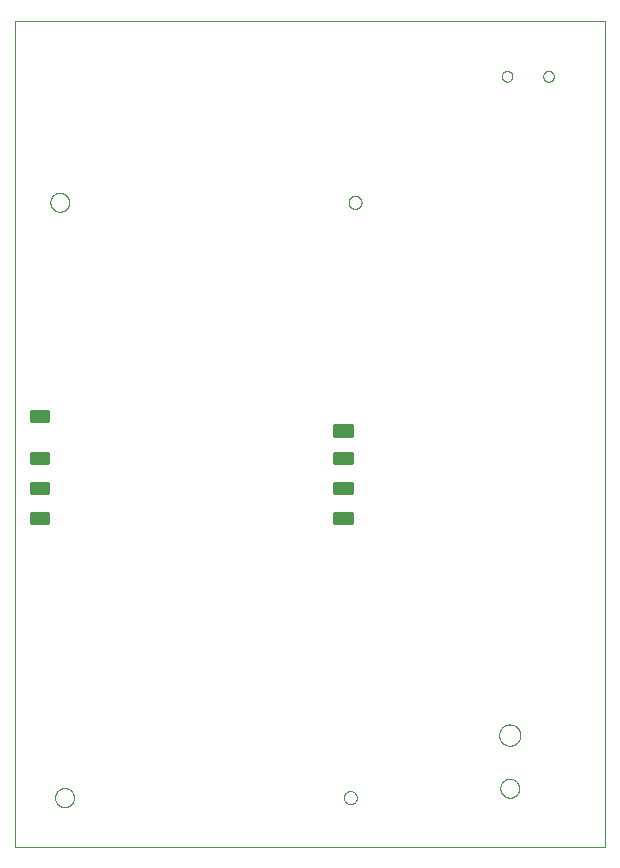
<source format=gtp>
G75*
%MOIN*%
%OFA0B0*%
%FSLAX25Y25*%
%IPPOS*%
%LPD*%
%AMOC8*
5,1,8,0,0,1.08239X$1,22.5*
%
%ADD10C,0.00000*%
%ADD11C,0.01299*%
D10*
X0002181Y0009243D02*
X0002181Y0284834D01*
X0199031Y0284834D01*
X0199031Y0009243D01*
X0002181Y0009243D01*
X0015613Y0025806D02*
X0015615Y0025918D01*
X0015621Y0026029D01*
X0015631Y0026141D01*
X0015645Y0026252D01*
X0015662Y0026362D01*
X0015684Y0026472D01*
X0015710Y0026581D01*
X0015739Y0026689D01*
X0015772Y0026795D01*
X0015809Y0026901D01*
X0015850Y0027005D01*
X0015895Y0027108D01*
X0015943Y0027209D01*
X0015994Y0027308D01*
X0016049Y0027405D01*
X0016108Y0027500D01*
X0016169Y0027594D01*
X0016234Y0027685D01*
X0016303Y0027773D01*
X0016374Y0027859D01*
X0016448Y0027943D01*
X0016526Y0028023D01*
X0016606Y0028101D01*
X0016689Y0028177D01*
X0016774Y0028249D01*
X0016862Y0028318D01*
X0016952Y0028384D01*
X0017045Y0028446D01*
X0017140Y0028506D01*
X0017237Y0028562D01*
X0017335Y0028614D01*
X0017436Y0028663D01*
X0017538Y0028708D01*
X0017642Y0028750D01*
X0017747Y0028788D01*
X0017854Y0028822D01*
X0017961Y0028852D01*
X0018070Y0028879D01*
X0018179Y0028901D01*
X0018290Y0028920D01*
X0018400Y0028935D01*
X0018512Y0028946D01*
X0018623Y0028953D01*
X0018735Y0028956D01*
X0018847Y0028955D01*
X0018959Y0028950D01*
X0019070Y0028941D01*
X0019181Y0028928D01*
X0019292Y0028911D01*
X0019402Y0028891D01*
X0019511Y0028866D01*
X0019619Y0028838D01*
X0019726Y0028805D01*
X0019832Y0028769D01*
X0019936Y0028729D01*
X0020039Y0028686D01*
X0020141Y0028639D01*
X0020240Y0028588D01*
X0020338Y0028534D01*
X0020434Y0028476D01*
X0020528Y0028415D01*
X0020619Y0028351D01*
X0020708Y0028284D01*
X0020795Y0028213D01*
X0020879Y0028139D01*
X0020961Y0028063D01*
X0021039Y0027983D01*
X0021115Y0027901D01*
X0021188Y0027816D01*
X0021258Y0027729D01*
X0021324Y0027639D01*
X0021388Y0027547D01*
X0021448Y0027453D01*
X0021505Y0027357D01*
X0021558Y0027258D01*
X0021608Y0027158D01*
X0021654Y0027057D01*
X0021697Y0026953D01*
X0021736Y0026848D01*
X0021771Y0026742D01*
X0021802Y0026635D01*
X0021830Y0026526D01*
X0021853Y0026417D01*
X0021873Y0026307D01*
X0021889Y0026196D01*
X0021901Y0026085D01*
X0021909Y0025974D01*
X0021913Y0025862D01*
X0021913Y0025750D01*
X0021909Y0025638D01*
X0021901Y0025527D01*
X0021889Y0025416D01*
X0021873Y0025305D01*
X0021853Y0025195D01*
X0021830Y0025086D01*
X0021802Y0024977D01*
X0021771Y0024870D01*
X0021736Y0024764D01*
X0021697Y0024659D01*
X0021654Y0024555D01*
X0021608Y0024454D01*
X0021558Y0024354D01*
X0021505Y0024255D01*
X0021448Y0024159D01*
X0021388Y0024065D01*
X0021324Y0023973D01*
X0021258Y0023883D01*
X0021188Y0023796D01*
X0021115Y0023711D01*
X0021039Y0023629D01*
X0020961Y0023549D01*
X0020879Y0023473D01*
X0020795Y0023399D01*
X0020708Y0023328D01*
X0020619Y0023261D01*
X0020528Y0023197D01*
X0020434Y0023136D01*
X0020338Y0023078D01*
X0020240Y0023024D01*
X0020141Y0022973D01*
X0020039Y0022926D01*
X0019936Y0022883D01*
X0019832Y0022843D01*
X0019726Y0022807D01*
X0019619Y0022774D01*
X0019511Y0022746D01*
X0019402Y0022721D01*
X0019292Y0022701D01*
X0019181Y0022684D01*
X0019070Y0022671D01*
X0018959Y0022662D01*
X0018847Y0022657D01*
X0018735Y0022656D01*
X0018623Y0022659D01*
X0018512Y0022666D01*
X0018400Y0022677D01*
X0018290Y0022692D01*
X0018179Y0022711D01*
X0018070Y0022733D01*
X0017961Y0022760D01*
X0017854Y0022790D01*
X0017747Y0022824D01*
X0017642Y0022862D01*
X0017538Y0022904D01*
X0017436Y0022949D01*
X0017335Y0022998D01*
X0017237Y0023050D01*
X0017140Y0023106D01*
X0017045Y0023166D01*
X0016952Y0023228D01*
X0016862Y0023294D01*
X0016774Y0023363D01*
X0016689Y0023435D01*
X0016606Y0023511D01*
X0016526Y0023589D01*
X0016448Y0023669D01*
X0016374Y0023753D01*
X0016303Y0023839D01*
X0016234Y0023927D01*
X0016169Y0024018D01*
X0016108Y0024112D01*
X0016049Y0024207D01*
X0015994Y0024304D01*
X0015943Y0024403D01*
X0015895Y0024504D01*
X0015850Y0024607D01*
X0015809Y0024711D01*
X0015772Y0024817D01*
X0015739Y0024923D01*
X0015710Y0025031D01*
X0015684Y0025140D01*
X0015662Y0025250D01*
X0015645Y0025360D01*
X0015631Y0025471D01*
X0015621Y0025583D01*
X0015615Y0025694D01*
X0015613Y0025806D01*
X0111874Y0025806D02*
X0111876Y0025899D01*
X0111882Y0025991D01*
X0111892Y0026083D01*
X0111906Y0026174D01*
X0111923Y0026265D01*
X0111945Y0026355D01*
X0111970Y0026444D01*
X0111999Y0026532D01*
X0112032Y0026618D01*
X0112069Y0026703D01*
X0112109Y0026787D01*
X0112153Y0026868D01*
X0112200Y0026948D01*
X0112250Y0027026D01*
X0112304Y0027101D01*
X0112361Y0027174D01*
X0112421Y0027244D01*
X0112484Y0027312D01*
X0112550Y0027377D01*
X0112618Y0027439D01*
X0112689Y0027499D01*
X0112763Y0027555D01*
X0112839Y0027608D01*
X0112917Y0027657D01*
X0112997Y0027704D01*
X0113079Y0027746D01*
X0113163Y0027786D01*
X0113248Y0027821D01*
X0113335Y0027853D01*
X0113423Y0027882D01*
X0113512Y0027906D01*
X0113602Y0027927D01*
X0113693Y0027943D01*
X0113785Y0027956D01*
X0113877Y0027965D01*
X0113970Y0027970D01*
X0114062Y0027971D01*
X0114155Y0027968D01*
X0114247Y0027961D01*
X0114339Y0027950D01*
X0114430Y0027935D01*
X0114521Y0027917D01*
X0114611Y0027894D01*
X0114699Y0027868D01*
X0114787Y0027838D01*
X0114873Y0027804D01*
X0114957Y0027767D01*
X0115040Y0027725D01*
X0115121Y0027681D01*
X0115201Y0027633D01*
X0115278Y0027582D01*
X0115352Y0027527D01*
X0115425Y0027469D01*
X0115495Y0027409D01*
X0115562Y0027345D01*
X0115626Y0027279D01*
X0115688Y0027209D01*
X0115746Y0027138D01*
X0115801Y0027064D01*
X0115853Y0026987D01*
X0115902Y0026908D01*
X0115948Y0026828D01*
X0115990Y0026745D01*
X0116028Y0026661D01*
X0116063Y0026575D01*
X0116094Y0026488D01*
X0116121Y0026400D01*
X0116144Y0026310D01*
X0116164Y0026220D01*
X0116180Y0026129D01*
X0116192Y0026037D01*
X0116200Y0025945D01*
X0116204Y0025852D01*
X0116204Y0025760D01*
X0116200Y0025667D01*
X0116192Y0025575D01*
X0116180Y0025483D01*
X0116164Y0025392D01*
X0116144Y0025302D01*
X0116121Y0025212D01*
X0116094Y0025124D01*
X0116063Y0025037D01*
X0116028Y0024951D01*
X0115990Y0024867D01*
X0115948Y0024784D01*
X0115902Y0024704D01*
X0115853Y0024625D01*
X0115801Y0024548D01*
X0115746Y0024474D01*
X0115688Y0024403D01*
X0115626Y0024333D01*
X0115562Y0024267D01*
X0115495Y0024203D01*
X0115425Y0024143D01*
X0115352Y0024085D01*
X0115278Y0024030D01*
X0115201Y0023979D01*
X0115122Y0023931D01*
X0115040Y0023887D01*
X0114957Y0023845D01*
X0114873Y0023808D01*
X0114787Y0023774D01*
X0114699Y0023744D01*
X0114611Y0023718D01*
X0114521Y0023695D01*
X0114430Y0023677D01*
X0114339Y0023662D01*
X0114247Y0023651D01*
X0114155Y0023644D01*
X0114062Y0023641D01*
X0113970Y0023642D01*
X0113877Y0023647D01*
X0113785Y0023656D01*
X0113693Y0023669D01*
X0113602Y0023685D01*
X0113512Y0023706D01*
X0113423Y0023730D01*
X0113335Y0023759D01*
X0113248Y0023791D01*
X0113163Y0023826D01*
X0113079Y0023866D01*
X0112997Y0023908D01*
X0112917Y0023955D01*
X0112839Y0024004D01*
X0112763Y0024057D01*
X0112689Y0024113D01*
X0112618Y0024173D01*
X0112550Y0024235D01*
X0112484Y0024300D01*
X0112421Y0024368D01*
X0112361Y0024438D01*
X0112304Y0024511D01*
X0112250Y0024586D01*
X0112200Y0024664D01*
X0112153Y0024744D01*
X0112109Y0024825D01*
X0112069Y0024909D01*
X0112032Y0024994D01*
X0111999Y0025080D01*
X0111970Y0025168D01*
X0111945Y0025257D01*
X0111923Y0025347D01*
X0111906Y0025438D01*
X0111892Y0025529D01*
X0111882Y0025621D01*
X0111876Y0025713D01*
X0111874Y0025806D01*
X0164031Y0028928D02*
X0164033Y0029040D01*
X0164039Y0029151D01*
X0164049Y0029263D01*
X0164063Y0029374D01*
X0164080Y0029484D01*
X0164102Y0029594D01*
X0164128Y0029703D01*
X0164157Y0029811D01*
X0164190Y0029917D01*
X0164227Y0030023D01*
X0164268Y0030127D01*
X0164313Y0030230D01*
X0164361Y0030331D01*
X0164412Y0030430D01*
X0164467Y0030527D01*
X0164526Y0030622D01*
X0164587Y0030716D01*
X0164652Y0030807D01*
X0164721Y0030895D01*
X0164792Y0030981D01*
X0164866Y0031065D01*
X0164944Y0031145D01*
X0165024Y0031223D01*
X0165107Y0031299D01*
X0165192Y0031371D01*
X0165280Y0031440D01*
X0165370Y0031506D01*
X0165463Y0031568D01*
X0165558Y0031628D01*
X0165655Y0031684D01*
X0165753Y0031736D01*
X0165854Y0031785D01*
X0165956Y0031830D01*
X0166060Y0031872D01*
X0166165Y0031910D01*
X0166272Y0031944D01*
X0166379Y0031974D01*
X0166488Y0032001D01*
X0166597Y0032023D01*
X0166708Y0032042D01*
X0166818Y0032057D01*
X0166930Y0032068D01*
X0167041Y0032075D01*
X0167153Y0032078D01*
X0167265Y0032077D01*
X0167377Y0032072D01*
X0167488Y0032063D01*
X0167599Y0032050D01*
X0167710Y0032033D01*
X0167820Y0032013D01*
X0167929Y0031988D01*
X0168037Y0031960D01*
X0168144Y0031927D01*
X0168250Y0031891D01*
X0168354Y0031851D01*
X0168457Y0031808D01*
X0168559Y0031761D01*
X0168658Y0031710D01*
X0168756Y0031656D01*
X0168852Y0031598D01*
X0168946Y0031537D01*
X0169037Y0031473D01*
X0169126Y0031406D01*
X0169213Y0031335D01*
X0169297Y0031261D01*
X0169379Y0031185D01*
X0169457Y0031105D01*
X0169533Y0031023D01*
X0169606Y0030938D01*
X0169676Y0030851D01*
X0169742Y0030761D01*
X0169806Y0030669D01*
X0169866Y0030575D01*
X0169923Y0030479D01*
X0169976Y0030380D01*
X0170026Y0030280D01*
X0170072Y0030179D01*
X0170115Y0030075D01*
X0170154Y0029970D01*
X0170189Y0029864D01*
X0170220Y0029757D01*
X0170248Y0029648D01*
X0170271Y0029539D01*
X0170291Y0029429D01*
X0170307Y0029318D01*
X0170319Y0029207D01*
X0170327Y0029096D01*
X0170331Y0028984D01*
X0170331Y0028872D01*
X0170327Y0028760D01*
X0170319Y0028649D01*
X0170307Y0028538D01*
X0170291Y0028427D01*
X0170271Y0028317D01*
X0170248Y0028208D01*
X0170220Y0028099D01*
X0170189Y0027992D01*
X0170154Y0027886D01*
X0170115Y0027781D01*
X0170072Y0027677D01*
X0170026Y0027576D01*
X0169976Y0027476D01*
X0169923Y0027377D01*
X0169866Y0027281D01*
X0169806Y0027187D01*
X0169742Y0027095D01*
X0169676Y0027005D01*
X0169606Y0026918D01*
X0169533Y0026833D01*
X0169457Y0026751D01*
X0169379Y0026671D01*
X0169297Y0026595D01*
X0169213Y0026521D01*
X0169126Y0026450D01*
X0169037Y0026383D01*
X0168946Y0026319D01*
X0168852Y0026258D01*
X0168756Y0026200D01*
X0168658Y0026146D01*
X0168559Y0026095D01*
X0168457Y0026048D01*
X0168354Y0026005D01*
X0168250Y0025965D01*
X0168144Y0025929D01*
X0168037Y0025896D01*
X0167929Y0025868D01*
X0167820Y0025843D01*
X0167710Y0025823D01*
X0167599Y0025806D01*
X0167488Y0025793D01*
X0167377Y0025784D01*
X0167265Y0025779D01*
X0167153Y0025778D01*
X0167041Y0025781D01*
X0166930Y0025788D01*
X0166818Y0025799D01*
X0166708Y0025814D01*
X0166597Y0025833D01*
X0166488Y0025855D01*
X0166379Y0025882D01*
X0166272Y0025912D01*
X0166165Y0025946D01*
X0166060Y0025984D01*
X0165956Y0026026D01*
X0165854Y0026071D01*
X0165753Y0026120D01*
X0165655Y0026172D01*
X0165558Y0026228D01*
X0165463Y0026288D01*
X0165370Y0026350D01*
X0165280Y0026416D01*
X0165192Y0026485D01*
X0165107Y0026557D01*
X0165024Y0026633D01*
X0164944Y0026711D01*
X0164866Y0026791D01*
X0164792Y0026875D01*
X0164721Y0026961D01*
X0164652Y0027049D01*
X0164587Y0027140D01*
X0164526Y0027234D01*
X0164467Y0027329D01*
X0164412Y0027426D01*
X0164361Y0027525D01*
X0164313Y0027626D01*
X0164268Y0027729D01*
X0164227Y0027833D01*
X0164190Y0027939D01*
X0164157Y0028045D01*
X0164128Y0028153D01*
X0164102Y0028262D01*
X0164080Y0028372D01*
X0164063Y0028482D01*
X0164049Y0028593D01*
X0164039Y0028705D01*
X0164033Y0028816D01*
X0164031Y0028928D01*
X0163638Y0046645D02*
X0163640Y0046763D01*
X0163646Y0046882D01*
X0163656Y0047000D01*
X0163670Y0047117D01*
X0163687Y0047234D01*
X0163709Y0047351D01*
X0163735Y0047466D01*
X0163764Y0047581D01*
X0163797Y0047695D01*
X0163834Y0047807D01*
X0163875Y0047918D01*
X0163919Y0048028D01*
X0163967Y0048136D01*
X0164019Y0048243D01*
X0164074Y0048348D01*
X0164133Y0048451D01*
X0164195Y0048551D01*
X0164260Y0048650D01*
X0164329Y0048747D01*
X0164400Y0048841D01*
X0164475Y0048932D01*
X0164553Y0049022D01*
X0164634Y0049108D01*
X0164718Y0049192D01*
X0164804Y0049273D01*
X0164894Y0049351D01*
X0164985Y0049426D01*
X0165079Y0049497D01*
X0165176Y0049566D01*
X0165275Y0049631D01*
X0165375Y0049693D01*
X0165478Y0049752D01*
X0165583Y0049807D01*
X0165690Y0049859D01*
X0165798Y0049907D01*
X0165908Y0049951D01*
X0166019Y0049992D01*
X0166131Y0050029D01*
X0166245Y0050062D01*
X0166360Y0050091D01*
X0166475Y0050117D01*
X0166592Y0050139D01*
X0166709Y0050156D01*
X0166826Y0050170D01*
X0166944Y0050180D01*
X0167063Y0050186D01*
X0167181Y0050188D01*
X0167299Y0050186D01*
X0167418Y0050180D01*
X0167536Y0050170D01*
X0167653Y0050156D01*
X0167770Y0050139D01*
X0167887Y0050117D01*
X0168002Y0050091D01*
X0168117Y0050062D01*
X0168231Y0050029D01*
X0168343Y0049992D01*
X0168454Y0049951D01*
X0168564Y0049907D01*
X0168672Y0049859D01*
X0168779Y0049807D01*
X0168884Y0049752D01*
X0168987Y0049693D01*
X0169087Y0049631D01*
X0169186Y0049566D01*
X0169283Y0049497D01*
X0169377Y0049426D01*
X0169468Y0049351D01*
X0169558Y0049273D01*
X0169644Y0049192D01*
X0169728Y0049108D01*
X0169809Y0049022D01*
X0169887Y0048932D01*
X0169962Y0048841D01*
X0170033Y0048747D01*
X0170102Y0048650D01*
X0170167Y0048551D01*
X0170229Y0048451D01*
X0170288Y0048348D01*
X0170343Y0048243D01*
X0170395Y0048136D01*
X0170443Y0048028D01*
X0170487Y0047918D01*
X0170528Y0047807D01*
X0170565Y0047695D01*
X0170598Y0047581D01*
X0170627Y0047466D01*
X0170653Y0047351D01*
X0170675Y0047234D01*
X0170692Y0047117D01*
X0170706Y0047000D01*
X0170716Y0046882D01*
X0170722Y0046763D01*
X0170724Y0046645D01*
X0170722Y0046527D01*
X0170716Y0046408D01*
X0170706Y0046290D01*
X0170692Y0046173D01*
X0170675Y0046056D01*
X0170653Y0045939D01*
X0170627Y0045824D01*
X0170598Y0045709D01*
X0170565Y0045595D01*
X0170528Y0045483D01*
X0170487Y0045372D01*
X0170443Y0045262D01*
X0170395Y0045154D01*
X0170343Y0045047D01*
X0170288Y0044942D01*
X0170229Y0044839D01*
X0170167Y0044739D01*
X0170102Y0044640D01*
X0170033Y0044543D01*
X0169962Y0044449D01*
X0169887Y0044358D01*
X0169809Y0044268D01*
X0169728Y0044182D01*
X0169644Y0044098D01*
X0169558Y0044017D01*
X0169468Y0043939D01*
X0169377Y0043864D01*
X0169283Y0043793D01*
X0169186Y0043724D01*
X0169087Y0043659D01*
X0168987Y0043597D01*
X0168884Y0043538D01*
X0168779Y0043483D01*
X0168672Y0043431D01*
X0168564Y0043383D01*
X0168454Y0043339D01*
X0168343Y0043298D01*
X0168231Y0043261D01*
X0168117Y0043228D01*
X0168002Y0043199D01*
X0167887Y0043173D01*
X0167770Y0043151D01*
X0167653Y0043134D01*
X0167536Y0043120D01*
X0167418Y0043110D01*
X0167299Y0043104D01*
X0167181Y0043102D01*
X0167063Y0043104D01*
X0166944Y0043110D01*
X0166826Y0043120D01*
X0166709Y0043134D01*
X0166592Y0043151D01*
X0166475Y0043173D01*
X0166360Y0043199D01*
X0166245Y0043228D01*
X0166131Y0043261D01*
X0166019Y0043298D01*
X0165908Y0043339D01*
X0165798Y0043383D01*
X0165690Y0043431D01*
X0165583Y0043483D01*
X0165478Y0043538D01*
X0165375Y0043597D01*
X0165275Y0043659D01*
X0165176Y0043724D01*
X0165079Y0043793D01*
X0164985Y0043864D01*
X0164894Y0043939D01*
X0164804Y0044017D01*
X0164718Y0044098D01*
X0164634Y0044182D01*
X0164553Y0044268D01*
X0164475Y0044358D01*
X0164400Y0044449D01*
X0164329Y0044543D01*
X0164260Y0044640D01*
X0164195Y0044739D01*
X0164133Y0044839D01*
X0164074Y0044942D01*
X0164019Y0045047D01*
X0163967Y0045154D01*
X0163919Y0045262D01*
X0163875Y0045372D01*
X0163834Y0045483D01*
X0163797Y0045595D01*
X0163764Y0045709D01*
X0163735Y0045824D01*
X0163709Y0045939D01*
X0163687Y0046056D01*
X0163670Y0046173D01*
X0163656Y0046290D01*
X0163646Y0046408D01*
X0163640Y0046527D01*
X0163638Y0046645D01*
X0113449Y0224243D02*
X0113451Y0224336D01*
X0113457Y0224428D01*
X0113467Y0224520D01*
X0113481Y0224611D01*
X0113498Y0224702D01*
X0113520Y0224792D01*
X0113545Y0224881D01*
X0113574Y0224969D01*
X0113607Y0225055D01*
X0113644Y0225140D01*
X0113684Y0225224D01*
X0113728Y0225305D01*
X0113775Y0225385D01*
X0113825Y0225463D01*
X0113879Y0225538D01*
X0113936Y0225611D01*
X0113996Y0225681D01*
X0114059Y0225749D01*
X0114125Y0225814D01*
X0114193Y0225876D01*
X0114264Y0225936D01*
X0114338Y0225992D01*
X0114414Y0226045D01*
X0114492Y0226094D01*
X0114572Y0226141D01*
X0114654Y0226183D01*
X0114738Y0226223D01*
X0114823Y0226258D01*
X0114910Y0226290D01*
X0114998Y0226319D01*
X0115087Y0226343D01*
X0115177Y0226364D01*
X0115268Y0226380D01*
X0115360Y0226393D01*
X0115452Y0226402D01*
X0115545Y0226407D01*
X0115637Y0226408D01*
X0115730Y0226405D01*
X0115822Y0226398D01*
X0115914Y0226387D01*
X0116005Y0226372D01*
X0116096Y0226354D01*
X0116186Y0226331D01*
X0116274Y0226305D01*
X0116362Y0226275D01*
X0116448Y0226241D01*
X0116532Y0226204D01*
X0116615Y0226162D01*
X0116696Y0226118D01*
X0116776Y0226070D01*
X0116853Y0226019D01*
X0116927Y0225964D01*
X0117000Y0225906D01*
X0117070Y0225846D01*
X0117137Y0225782D01*
X0117201Y0225716D01*
X0117263Y0225646D01*
X0117321Y0225575D01*
X0117376Y0225501D01*
X0117428Y0225424D01*
X0117477Y0225345D01*
X0117523Y0225265D01*
X0117565Y0225182D01*
X0117603Y0225098D01*
X0117638Y0225012D01*
X0117669Y0224925D01*
X0117696Y0224837D01*
X0117719Y0224747D01*
X0117739Y0224657D01*
X0117755Y0224566D01*
X0117767Y0224474D01*
X0117775Y0224382D01*
X0117779Y0224289D01*
X0117779Y0224197D01*
X0117775Y0224104D01*
X0117767Y0224012D01*
X0117755Y0223920D01*
X0117739Y0223829D01*
X0117719Y0223739D01*
X0117696Y0223649D01*
X0117669Y0223561D01*
X0117638Y0223474D01*
X0117603Y0223388D01*
X0117565Y0223304D01*
X0117523Y0223221D01*
X0117477Y0223141D01*
X0117428Y0223062D01*
X0117376Y0222985D01*
X0117321Y0222911D01*
X0117263Y0222840D01*
X0117201Y0222770D01*
X0117137Y0222704D01*
X0117070Y0222640D01*
X0117000Y0222580D01*
X0116927Y0222522D01*
X0116853Y0222467D01*
X0116776Y0222416D01*
X0116697Y0222368D01*
X0116615Y0222324D01*
X0116532Y0222282D01*
X0116448Y0222245D01*
X0116362Y0222211D01*
X0116274Y0222181D01*
X0116186Y0222155D01*
X0116096Y0222132D01*
X0116005Y0222114D01*
X0115914Y0222099D01*
X0115822Y0222088D01*
X0115730Y0222081D01*
X0115637Y0222078D01*
X0115545Y0222079D01*
X0115452Y0222084D01*
X0115360Y0222093D01*
X0115268Y0222106D01*
X0115177Y0222122D01*
X0115087Y0222143D01*
X0114998Y0222167D01*
X0114910Y0222196D01*
X0114823Y0222228D01*
X0114738Y0222263D01*
X0114654Y0222303D01*
X0114572Y0222345D01*
X0114492Y0222392D01*
X0114414Y0222441D01*
X0114338Y0222494D01*
X0114264Y0222550D01*
X0114193Y0222610D01*
X0114125Y0222672D01*
X0114059Y0222737D01*
X0113996Y0222805D01*
X0113936Y0222875D01*
X0113879Y0222948D01*
X0113825Y0223023D01*
X0113775Y0223101D01*
X0113728Y0223181D01*
X0113684Y0223262D01*
X0113644Y0223346D01*
X0113607Y0223431D01*
X0113574Y0223517D01*
X0113545Y0223605D01*
X0113520Y0223694D01*
X0113498Y0223784D01*
X0113481Y0223875D01*
X0113467Y0223966D01*
X0113457Y0224058D01*
X0113451Y0224150D01*
X0113449Y0224243D01*
X0164519Y0266243D02*
X0164521Y0266327D01*
X0164527Y0266410D01*
X0164537Y0266493D01*
X0164551Y0266576D01*
X0164568Y0266658D01*
X0164590Y0266739D01*
X0164615Y0266818D01*
X0164644Y0266897D01*
X0164677Y0266974D01*
X0164713Y0267049D01*
X0164753Y0267123D01*
X0164796Y0267195D01*
X0164843Y0267264D01*
X0164893Y0267331D01*
X0164946Y0267396D01*
X0165002Y0267458D01*
X0165060Y0267518D01*
X0165122Y0267575D01*
X0165186Y0267628D01*
X0165253Y0267679D01*
X0165322Y0267726D01*
X0165393Y0267771D01*
X0165466Y0267811D01*
X0165541Y0267848D01*
X0165618Y0267882D01*
X0165696Y0267912D01*
X0165775Y0267938D01*
X0165856Y0267961D01*
X0165938Y0267979D01*
X0166020Y0267994D01*
X0166103Y0268005D01*
X0166186Y0268012D01*
X0166270Y0268015D01*
X0166354Y0268014D01*
X0166437Y0268009D01*
X0166521Y0268000D01*
X0166603Y0267987D01*
X0166685Y0267971D01*
X0166766Y0267950D01*
X0166847Y0267926D01*
X0166925Y0267898D01*
X0167003Y0267866D01*
X0167079Y0267830D01*
X0167153Y0267791D01*
X0167225Y0267749D01*
X0167295Y0267703D01*
X0167363Y0267654D01*
X0167428Y0267602D01*
X0167491Y0267547D01*
X0167551Y0267489D01*
X0167609Y0267428D01*
X0167663Y0267364D01*
X0167715Y0267298D01*
X0167763Y0267230D01*
X0167808Y0267159D01*
X0167849Y0267086D01*
X0167888Y0267012D01*
X0167922Y0266936D01*
X0167953Y0266858D01*
X0167980Y0266779D01*
X0168004Y0266698D01*
X0168023Y0266617D01*
X0168039Y0266535D01*
X0168051Y0266452D01*
X0168059Y0266368D01*
X0168063Y0266285D01*
X0168063Y0266201D01*
X0168059Y0266118D01*
X0168051Y0266034D01*
X0168039Y0265951D01*
X0168023Y0265869D01*
X0168004Y0265788D01*
X0167980Y0265707D01*
X0167953Y0265628D01*
X0167922Y0265550D01*
X0167888Y0265474D01*
X0167849Y0265400D01*
X0167808Y0265327D01*
X0167763Y0265256D01*
X0167715Y0265188D01*
X0167663Y0265122D01*
X0167609Y0265058D01*
X0167551Y0264997D01*
X0167491Y0264939D01*
X0167428Y0264884D01*
X0167363Y0264832D01*
X0167295Y0264783D01*
X0167225Y0264737D01*
X0167153Y0264695D01*
X0167079Y0264656D01*
X0167003Y0264620D01*
X0166925Y0264588D01*
X0166847Y0264560D01*
X0166766Y0264536D01*
X0166685Y0264515D01*
X0166603Y0264499D01*
X0166521Y0264486D01*
X0166437Y0264477D01*
X0166354Y0264472D01*
X0166270Y0264471D01*
X0166186Y0264474D01*
X0166103Y0264481D01*
X0166020Y0264492D01*
X0165938Y0264507D01*
X0165856Y0264525D01*
X0165775Y0264548D01*
X0165696Y0264574D01*
X0165618Y0264604D01*
X0165541Y0264638D01*
X0165466Y0264675D01*
X0165393Y0264715D01*
X0165322Y0264760D01*
X0165253Y0264807D01*
X0165186Y0264858D01*
X0165122Y0264911D01*
X0165060Y0264968D01*
X0165002Y0265028D01*
X0164946Y0265090D01*
X0164893Y0265155D01*
X0164843Y0265222D01*
X0164796Y0265291D01*
X0164753Y0265363D01*
X0164713Y0265437D01*
X0164677Y0265512D01*
X0164644Y0265589D01*
X0164615Y0265668D01*
X0164590Y0265747D01*
X0164568Y0265828D01*
X0164551Y0265910D01*
X0164537Y0265993D01*
X0164527Y0266076D01*
X0164521Y0266159D01*
X0164519Y0266243D01*
X0178299Y0266243D02*
X0178301Y0266327D01*
X0178307Y0266410D01*
X0178317Y0266493D01*
X0178331Y0266576D01*
X0178348Y0266658D01*
X0178370Y0266739D01*
X0178395Y0266818D01*
X0178424Y0266897D01*
X0178457Y0266974D01*
X0178493Y0267049D01*
X0178533Y0267123D01*
X0178576Y0267195D01*
X0178623Y0267264D01*
X0178673Y0267331D01*
X0178726Y0267396D01*
X0178782Y0267458D01*
X0178840Y0267518D01*
X0178902Y0267575D01*
X0178966Y0267628D01*
X0179033Y0267679D01*
X0179102Y0267726D01*
X0179173Y0267771D01*
X0179246Y0267811D01*
X0179321Y0267848D01*
X0179398Y0267882D01*
X0179476Y0267912D01*
X0179555Y0267938D01*
X0179636Y0267961D01*
X0179718Y0267979D01*
X0179800Y0267994D01*
X0179883Y0268005D01*
X0179966Y0268012D01*
X0180050Y0268015D01*
X0180134Y0268014D01*
X0180217Y0268009D01*
X0180301Y0268000D01*
X0180383Y0267987D01*
X0180465Y0267971D01*
X0180546Y0267950D01*
X0180627Y0267926D01*
X0180705Y0267898D01*
X0180783Y0267866D01*
X0180859Y0267830D01*
X0180933Y0267791D01*
X0181005Y0267749D01*
X0181075Y0267703D01*
X0181143Y0267654D01*
X0181208Y0267602D01*
X0181271Y0267547D01*
X0181331Y0267489D01*
X0181389Y0267428D01*
X0181443Y0267364D01*
X0181495Y0267298D01*
X0181543Y0267230D01*
X0181588Y0267159D01*
X0181629Y0267086D01*
X0181668Y0267012D01*
X0181702Y0266936D01*
X0181733Y0266858D01*
X0181760Y0266779D01*
X0181784Y0266698D01*
X0181803Y0266617D01*
X0181819Y0266535D01*
X0181831Y0266452D01*
X0181839Y0266368D01*
X0181843Y0266285D01*
X0181843Y0266201D01*
X0181839Y0266118D01*
X0181831Y0266034D01*
X0181819Y0265951D01*
X0181803Y0265869D01*
X0181784Y0265788D01*
X0181760Y0265707D01*
X0181733Y0265628D01*
X0181702Y0265550D01*
X0181668Y0265474D01*
X0181629Y0265400D01*
X0181588Y0265327D01*
X0181543Y0265256D01*
X0181495Y0265188D01*
X0181443Y0265122D01*
X0181389Y0265058D01*
X0181331Y0264997D01*
X0181271Y0264939D01*
X0181208Y0264884D01*
X0181143Y0264832D01*
X0181075Y0264783D01*
X0181005Y0264737D01*
X0180933Y0264695D01*
X0180859Y0264656D01*
X0180783Y0264620D01*
X0180705Y0264588D01*
X0180627Y0264560D01*
X0180546Y0264536D01*
X0180465Y0264515D01*
X0180383Y0264499D01*
X0180301Y0264486D01*
X0180217Y0264477D01*
X0180134Y0264472D01*
X0180050Y0264471D01*
X0179966Y0264474D01*
X0179883Y0264481D01*
X0179800Y0264492D01*
X0179718Y0264507D01*
X0179636Y0264525D01*
X0179555Y0264548D01*
X0179476Y0264574D01*
X0179398Y0264604D01*
X0179321Y0264638D01*
X0179246Y0264675D01*
X0179173Y0264715D01*
X0179102Y0264760D01*
X0179033Y0264807D01*
X0178966Y0264858D01*
X0178902Y0264911D01*
X0178840Y0264968D01*
X0178782Y0265028D01*
X0178726Y0265090D01*
X0178673Y0265155D01*
X0178623Y0265222D01*
X0178576Y0265291D01*
X0178533Y0265363D01*
X0178493Y0265437D01*
X0178457Y0265512D01*
X0178424Y0265589D01*
X0178395Y0265668D01*
X0178370Y0265747D01*
X0178348Y0265828D01*
X0178331Y0265910D01*
X0178317Y0265993D01*
X0178307Y0266076D01*
X0178301Y0266159D01*
X0178299Y0266243D01*
X0014038Y0224243D02*
X0014040Y0224355D01*
X0014046Y0224466D01*
X0014056Y0224578D01*
X0014070Y0224689D01*
X0014087Y0224799D01*
X0014109Y0224909D01*
X0014135Y0225018D01*
X0014164Y0225126D01*
X0014197Y0225232D01*
X0014234Y0225338D01*
X0014275Y0225442D01*
X0014320Y0225545D01*
X0014368Y0225646D01*
X0014419Y0225745D01*
X0014474Y0225842D01*
X0014533Y0225937D01*
X0014594Y0226031D01*
X0014659Y0226122D01*
X0014728Y0226210D01*
X0014799Y0226296D01*
X0014873Y0226380D01*
X0014951Y0226460D01*
X0015031Y0226538D01*
X0015114Y0226614D01*
X0015199Y0226686D01*
X0015287Y0226755D01*
X0015377Y0226821D01*
X0015470Y0226883D01*
X0015565Y0226943D01*
X0015662Y0226999D01*
X0015760Y0227051D01*
X0015861Y0227100D01*
X0015963Y0227145D01*
X0016067Y0227187D01*
X0016172Y0227225D01*
X0016279Y0227259D01*
X0016386Y0227289D01*
X0016495Y0227316D01*
X0016604Y0227338D01*
X0016715Y0227357D01*
X0016825Y0227372D01*
X0016937Y0227383D01*
X0017048Y0227390D01*
X0017160Y0227393D01*
X0017272Y0227392D01*
X0017384Y0227387D01*
X0017495Y0227378D01*
X0017606Y0227365D01*
X0017717Y0227348D01*
X0017827Y0227328D01*
X0017936Y0227303D01*
X0018044Y0227275D01*
X0018151Y0227242D01*
X0018257Y0227206D01*
X0018361Y0227166D01*
X0018464Y0227123D01*
X0018566Y0227076D01*
X0018665Y0227025D01*
X0018763Y0226971D01*
X0018859Y0226913D01*
X0018953Y0226852D01*
X0019044Y0226788D01*
X0019133Y0226721D01*
X0019220Y0226650D01*
X0019304Y0226576D01*
X0019386Y0226500D01*
X0019464Y0226420D01*
X0019540Y0226338D01*
X0019613Y0226253D01*
X0019683Y0226166D01*
X0019749Y0226076D01*
X0019813Y0225984D01*
X0019873Y0225890D01*
X0019930Y0225794D01*
X0019983Y0225695D01*
X0020033Y0225595D01*
X0020079Y0225494D01*
X0020122Y0225390D01*
X0020161Y0225285D01*
X0020196Y0225179D01*
X0020227Y0225072D01*
X0020255Y0224963D01*
X0020278Y0224854D01*
X0020298Y0224744D01*
X0020314Y0224633D01*
X0020326Y0224522D01*
X0020334Y0224411D01*
X0020338Y0224299D01*
X0020338Y0224187D01*
X0020334Y0224075D01*
X0020326Y0223964D01*
X0020314Y0223853D01*
X0020298Y0223742D01*
X0020278Y0223632D01*
X0020255Y0223523D01*
X0020227Y0223414D01*
X0020196Y0223307D01*
X0020161Y0223201D01*
X0020122Y0223096D01*
X0020079Y0222992D01*
X0020033Y0222891D01*
X0019983Y0222791D01*
X0019930Y0222692D01*
X0019873Y0222596D01*
X0019813Y0222502D01*
X0019749Y0222410D01*
X0019683Y0222320D01*
X0019613Y0222233D01*
X0019540Y0222148D01*
X0019464Y0222066D01*
X0019386Y0221986D01*
X0019304Y0221910D01*
X0019220Y0221836D01*
X0019133Y0221765D01*
X0019044Y0221698D01*
X0018953Y0221634D01*
X0018859Y0221573D01*
X0018763Y0221515D01*
X0018665Y0221461D01*
X0018566Y0221410D01*
X0018464Y0221363D01*
X0018361Y0221320D01*
X0018257Y0221280D01*
X0018151Y0221244D01*
X0018044Y0221211D01*
X0017936Y0221183D01*
X0017827Y0221158D01*
X0017717Y0221138D01*
X0017606Y0221121D01*
X0017495Y0221108D01*
X0017384Y0221099D01*
X0017272Y0221094D01*
X0017160Y0221093D01*
X0017048Y0221096D01*
X0016937Y0221103D01*
X0016825Y0221114D01*
X0016715Y0221129D01*
X0016604Y0221148D01*
X0016495Y0221170D01*
X0016386Y0221197D01*
X0016279Y0221227D01*
X0016172Y0221261D01*
X0016067Y0221299D01*
X0015963Y0221341D01*
X0015861Y0221386D01*
X0015760Y0221435D01*
X0015662Y0221487D01*
X0015565Y0221543D01*
X0015470Y0221603D01*
X0015377Y0221665D01*
X0015287Y0221731D01*
X0015199Y0221800D01*
X0015114Y0221872D01*
X0015031Y0221948D01*
X0014951Y0222026D01*
X0014873Y0222106D01*
X0014799Y0222190D01*
X0014728Y0222276D01*
X0014659Y0222364D01*
X0014594Y0222455D01*
X0014533Y0222549D01*
X0014474Y0222644D01*
X0014419Y0222741D01*
X0014368Y0222840D01*
X0014320Y0222941D01*
X0014275Y0223044D01*
X0014234Y0223148D01*
X0014197Y0223254D01*
X0014164Y0223360D01*
X0014135Y0223468D01*
X0014109Y0223577D01*
X0014087Y0223687D01*
X0014070Y0223797D01*
X0014056Y0223908D01*
X0014046Y0224020D01*
X0014040Y0224131D01*
X0014038Y0224243D01*
D11*
X0013288Y0154263D02*
X0007894Y0154263D01*
X0013288Y0154263D02*
X0013288Y0151231D01*
X0007894Y0151231D01*
X0007894Y0154263D01*
X0007894Y0152529D02*
X0013288Y0152529D01*
X0013288Y0153827D02*
X0007894Y0153827D01*
X0007894Y0140405D02*
X0013288Y0140405D01*
X0013288Y0137373D01*
X0007894Y0137373D01*
X0007894Y0140405D01*
X0007894Y0138671D02*
X0013288Y0138671D01*
X0013288Y0139969D02*
X0007894Y0139969D01*
X0007894Y0130405D02*
X0013288Y0130405D01*
X0013288Y0127373D01*
X0007894Y0127373D01*
X0007894Y0130405D01*
X0007894Y0128671D02*
X0013288Y0128671D01*
X0013288Y0129969D02*
X0007894Y0129969D01*
X0007894Y0120405D02*
X0013288Y0120405D01*
X0013288Y0117373D01*
X0007894Y0117373D01*
X0007894Y0120405D01*
X0007894Y0118671D02*
X0013288Y0118671D01*
X0013288Y0119969D02*
X0007894Y0119969D01*
X0109075Y0120405D02*
X0114469Y0120405D01*
X0114469Y0117373D01*
X0109075Y0117373D01*
X0109075Y0120405D01*
X0109075Y0118671D02*
X0114469Y0118671D01*
X0114469Y0119969D02*
X0109075Y0119969D01*
X0109075Y0130405D02*
X0114469Y0130405D01*
X0114469Y0127373D01*
X0109075Y0127373D01*
X0109075Y0130405D01*
X0109075Y0128671D02*
X0114469Y0128671D01*
X0114469Y0129969D02*
X0109075Y0129969D01*
X0109075Y0140405D02*
X0114469Y0140405D01*
X0114469Y0137373D01*
X0109075Y0137373D01*
X0109075Y0140405D01*
X0109075Y0138671D02*
X0114469Y0138671D01*
X0114469Y0139969D02*
X0109075Y0139969D01*
X0109075Y0149539D02*
X0114469Y0149539D01*
X0114469Y0146507D01*
X0109075Y0146507D01*
X0109075Y0149539D01*
X0109075Y0147805D02*
X0114469Y0147805D01*
X0114469Y0149103D02*
X0109075Y0149103D01*
M02*

</source>
